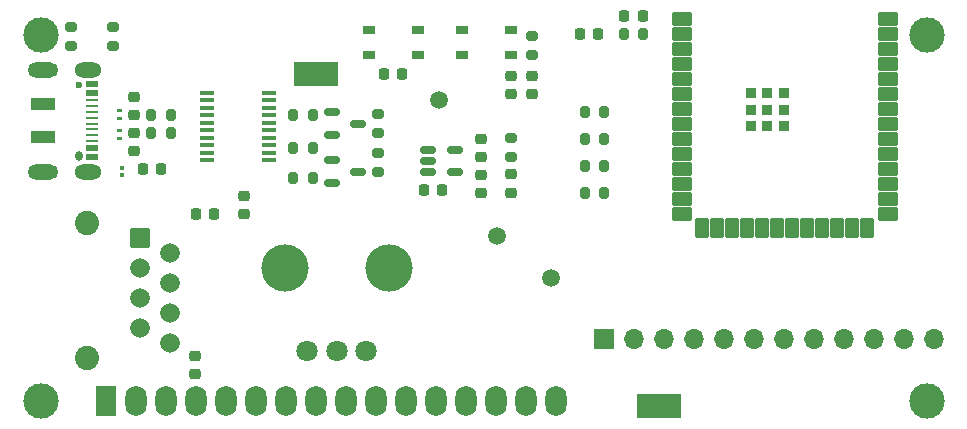
<source format=gbr>
%TF.GenerationSoftware,KiCad,Pcbnew,8.0.4*%
%TF.CreationDate,2024-11-18T06:36:06-07:00*%
%TF.ProjectId,SnakeTank,536e616b-6554-4616-9e6b-2e6b69636164,rev?*%
%TF.SameCoordinates,Original*%
%TF.FileFunction,Soldermask,Top*%
%TF.FilePolarity,Negative*%
%FSLAX46Y46*%
G04 Gerber Fmt 4.6, Leading zero omitted, Abs format (unit mm)*
G04 Created by KiCad (PCBNEW 8.0.4) date 2024-11-18 06:36:06*
%MOMM*%
%LPD*%
G01*
G04 APERTURE LIST*
G04 Aperture macros list*
%AMRoundRect*
0 Rectangle with rounded corners*
0 $1 Rounding radius*
0 $2 $3 $4 $5 $6 $7 $8 $9 X,Y pos of 4 corners*
0 Add a 4 corners polygon primitive as box body*
4,1,4,$2,$3,$4,$5,$6,$7,$8,$9,$2,$3,0*
0 Add four circle primitives for the rounded corners*
1,1,$1+$1,$2,$3*
1,1,$1+$1,$4,$5*
1,1,$1+$1,$6,$7*
1,1,$1+$1,$8,$9*
0 Add four rect primitives between the rounded corners*
20,1,$1+$1,$2,$3,$4,$5,0*
20,1,$1+$1,$4,$5,$6,$7,0*
20,1,$1+$1,$6,$7,$8,$9,0*
20,1,$1+$1,$8,$9,$2,$3,0*%
G04 Aperture macros list end*
%ADD10C,0.010000*%
%ADD11RoundRect,0.200000X-0.275000X0.200000X-0.275000X-0.200000X0.275000X-0.200000X0.275000X0.200000X0*%
%ADD12RoundRect,0.200000X-0.200000X-0.275000X0.200000X-0.275000X0.200000X0.275000X-0.200000X0.275000X0*%
%ADD13RoundRect,0.225000X0.225000X0.250000X-0.225000X0.250000X-0.225000X-0.250000X0.225000X-0.250000X0*%
%ADD14RoundRect,0.225000X-0.225000X-0.250000X0.225000X-0.250000X0.225000X0.250000X-0.225000X0.250000X0*%
%ADD15R,1.050000X0.650000*%
%ADD16RoundRect,0.218750X0.256250X-0.218750X0.256250X0.218750X-0.256250X0.218750X-0.256250X-0.218750X0*%
%ADD17RoundRect,0.225000X0.250000X-0.225000X0.250000X0.225000X-0.250000X0.225000X-0.250000X-0.225000X0*%
%ADD18RoundRect,0.225000X-0.250000X0.225000X-0.250000X-0.225000X0.250000X-0.225000X0.250000X0.225000X0*%
%ADD19R,1.200000X0.400000*%
%ADD20RoundRect,0.200000X0.275000X-0.200000X0.275000X0.200000X-0.275000X0.200000X-0.275000X-0.200000X0*%
%ADD21C,4.000000*%
%ADD22C,1.800000*%
%ADD23R,1.700000X1.700000*%
%ADD24O,1.700000X1.700000*%
%ADD25C,1.500000*%
%ADD26RoundRect,0.200000X0.200000X0.275000X-0.200000X0.275000X-0.200000X-0.275000X0.200000X-0.275000X0*%
%ADD27RoundRect,0.150000X-0.512500X-0.150000X0.512500X-0.150000X0.512500X0.150000X-0.512500X0.150000X0*%
%ADD28R,3.800000X2.000000*%
%ADD29RoundRect,0.102000X-0.750000X-0.450000X0.750000X-0.450000X0.750000X0.450000X-0.750000X0.450000X0*%
%ADD30RoundRect,0.102000X-0.450000X-0.750000X0.450000X-0.750000X0.450000X0.750000X-0.450000X0.750000X0*%
%ADD31R,0.900000X0.900000*%
%ADD32C,2.050000*%
%ADD33RoundRect,0.102000X-0.729000X0.729000X-0.729000X-0.729000X0.729000X-0.729000X0.729000X0.729000X0*%
%ADD34C,1.662000*%
%ADD35R,0.400000X0.380000*%
%ADD36C,0.600000*%
%ADD37R,2.000000X1.000000*%
%ADD38O,0.600000X0.850000*%
%ADD39R,1.000000X0.520000*%
%ADD40R,1.000000X0.270000*%
%ADD41O,2.300000X1.300000*%
%ADD42O,2.600000X1.300000*%
%ADD43C,3.000000*%
%ADD44R,1.800000X2.600000*%
%ADD45O,1.800000X2.600000*%
G04 APERTURE END LIST*
D10*
%TO.C,D2*%
X27695000Y-35000000D02*
X27697000Y-35000000D01*
X27700000Y-35001000D01*
X27702000Y-35001000D01*
X27705000Y-35002000D01*
X27707000Y-35003000D01*
X27710000Y-35004000D01*
X27712000Y-35006000D01*
X27714000Y-35007000D01*
X27716000Y-35009000D01*
X27718000Y-35010000D01*
X27720000Y-35012000D01*
X27722000Y-35014000D01*
X27724000Y-35016000D01*
X27726000Y-35018000D01*
X27727000Y-35020000D01*
X27729000Y-35022000D01*
X27730000Y-35024000D01*
X27732000Y-35026000D01*
X27733000Y-35029000D01*
X27734000Y-35031000D01*
X27735000Y-35034000D01*
X27735000Y-35036000D01*
X27736000Y-35039000D01*
X27736000Y-35041000D01*
X27737000Y-35044000D01*
X27737000Y-35046000D01*
X27737000Y-35049000D01*
X27737000Y-35109000D01*
X27737000Y-35112000D01*
X27737000Y-35114000D01*
X27736000Y-35117000D01*
X27736000Y-35119000D01*
X27735000Y-35122000D01*
X27735000Y-35124000D01*
X27734000Y-35127000D01*
X27733000Y-35129000D01*
X27732000Y-35132000D01*
X27730000Y-35134000D01*
X27729000Y-35136000D01*
X27727000Y-35138000D01*
X27726000Y-35140000D01*
X27724000Y-35142000D01*
X27722000Y-35144000D01*
X27720000Y-35146000D01*
X27718000Y-35148000D01*
X27716000Y-35149000D01*
X27714000Y-35151000D01*
X27712000Y-35152000D01*
X27710000Y-35154000D01*
X27707000Y-35155000D01*
X27705000Y-35156000D01*
X27702000Y-35157000D01*
X27700000Y-35157000D01*
X27697000Y-35158000D01*
X27695000Y-35158000D01*
X27692000Y-35159000D01*
X27690000Y-35159000D01*
X27687000Y-35159000D01*
X27427000Y-35159000D01*
X27424000Y-35159000D01*
X27422000Y-35159000D01*
X27419000Y-35158000D01*
X27417000Y-35158000D01*
X27414000Y-35157000D01*
X27412000Y-35157000D01*
X27409000Y-35156000D01*
X27407000Y-35155000D01*
X27404000Y-35154000D01*
X27402000Y-35152000D01*
X27400000Y-35151000D01*
X27398000Y-35149000D01*
X27396000Y-35148000D01*
X27394000Y-35146000D01*
X27392000Y-35144000D01*
X27390000Y-35142000D01*
X27388000Y-35140000D01*
X27387000Y-35138000D01*
X27385000Y-35136000D01*
X27384000Y-35134000D01*
X27382000Y-35132000D01*
X27381000Y-35129000D01*
X27380000Y-35127000D01*
X27379000Y-35124000D01*
X27379000Y-35122000D01*
X27378000Y-35119000D01*
X27378000Y-35117000D01*
X27377000Y-35114000D01*
X27377000Y-35112000D01*
X27377000Y-35109000D01*
X27377000Y-35049000D01*
X27377000Y-35046000D01*
X27377000Y-35044000D01*
X27378000Y-35041000D01*
X27378000Y-35039000D01*
X27379000Y-35036000D01*
X27379000Y-35034000D01*
X27380000Y-35031000D01*
X27381000Y-35029000D01*
X27382000Y-35026000D01*
X27384000Y-35024000D01*
X27385000Y-35022000D01*
X27387000Y-35020000D01*
X27388000Y-35018000D01*
X27390000Y-35016000D01*
X27392000Y-35014000D01*
X27394000Y-35012000D01*
X27396000Y-35010000D01*
X27398000Y-35009000D01*
X27400000Y-35007000D01*
X27402000Y-35006000D01*
X27404000Y-35004000D01*
X27407000Y-35003000D01*
X27409000Y-35002000D01*
X27412000Y-35001000D01*
X27414000Y-35001000D01*
X27417000Y-35000000D01*
X27419000Y-35000000D01*
X27422000Y-34999000D01*
X27424000Y-34999000D01*
X27427000Y-34999000D01*
X27687000Y-34999000D01*
X27690000Y-34999000D01*
X27692000Y-34999000D01*
X27695000Y-35000000D01*
G36*
X27695000Y-35000000D02*
G01*
X27697000Y-35000000D01*
X27700000Y-35001000D01*
X27702000Y-35001000D01*
X27705000Y-35002000D01*
X27707000Y-35003000D01*
X27710000Y-35004000D01*
X27712000Y-35006000D01*
X27714000Y-35007000D01*
X27716000Y-35009000D01*
X27718000Y-35010000D01*
X27720000Y-35012000D01*
X27722000Y-35014000D01*
X27724000Y-35016000D01*
X27726000Y-35018000D01*
X27727000Y-35020000D01*
X27729000Y-35022000D01*
X27730000Y-35024000D01*
X27732000Y-35026000D01*
X27733000Y-35029000D01*
X27734000Y-35031000D01*
X27735000Y-35034000D01*
X27735000Y-35036000D01*
X27736000Y-35039000D01*
X27736000Y-35041000D01*
X27737000Y-35044000D01*
X27737000Y-35046000D01*
X27737000Y-35049000D01*
X27737000Y-35109000D01*
X27737000Y-35112000D01*
X27737000Y-35114000D01*
X27736000Y-35117000D01*
X27736000Y-35119000D01*
X27735000Y-35122000D01*
X27735000Y-35124000D01*
X27734000Y-35127000D01*
X27733000Y-35129000D01*
X27732000Y-35132000D01*
X27730000Y-35134000D01*
X27729000Y-35136000D01*
X27727000Y-35138000D01*
X27726000Y-35140000D01*
X27724000Y-35142000D01*
X27722000Y-35144000D01*
X27720000Y-35146000D01*
X27718000Y-35148000D01*
X27716000Y-35149000D01*
X27714000Y-35151000D01*
X27712000Y-35152000D01*
X27710000Y-35154000D01*
X27707000Y-35155000D01*
X27705000Y-35156000D01*
X27702000Y-35157000D01*
X27700000Y-35157000D01*
X27697000Y-35158000D01*
X27695000Y-35158000D01*
X27692000Y-35159000D01*
X27690000Y-35159000D01*
X27687000Y-35159000D01*
X27427000Y-35159000D01*
X27424000Y-35159000D01*
X27422000Y-35159000D01*
X27419000Y-35158000D01*
X27417000Y-35158000D01*
X27414000Y-35157000D01*
X27412000Y-35157000D01*
X27409000Y-35156000D01*
X27407000Y-35155000D01*
X27404000Y-35154000D01*
X27402000Y-35152000D01*
X27400000Y-35151000D01*
X27398000Y-35149000D01*
X27396000Y-35148000D01*
X27394000Y-35146000D01*
X27392000Y-35144000D01*
X27390000Y-35142000D01*
X27388000Y-35140000D01*
X27387000Y-35138000D01*
X27385000Y-35136000D01*
X27384000Y-35134000D01*
X27382000Y-35132000D01*
X27381000Y-35129000D01*
X27380000Y-35127000D01*
X27379000Y-35124000D01*
X27379000Y-35122000D01*
X27378000Y-35119000D01*
X27378000Y-35117000D01*
X27377000Y-35114000D01*
X27377000Y-35112000D01*
X27377000Y-35109000D01*
X27377000Y-35049000D01*
X27377000Y-35046000D01*
X27377000Y-35044000D01*
X27378000Y-35041000D01*
X27378000Y-35039000D01*
X27379000Y-35036000D01*
X27379000Y-35034000D01*
X27380000Y-35031000D01*
X27381000Y-35029000D01*
X27382000Y-35026000D01*
X27384000Y-35024000D01*
X27385000Y-35022000D01*
X27387000Y-35020000D01*
X27388000Y-35018000D01*
X27390000Y-35016000D01*
X27392000Y-35014000D01*
X27394000Y-35012000D01*
X27396000Y-35010000D01*
X27398000Y-35009000D01*
X27400000Y-35007000D01*
X27402000Y-35006000D01*
X27404000Y-35004000D01*
X27407000Y-35003000D01*
X27409000Y-35002000D01*
X27412000Y-35001000D01*
X27414000Y-35001000D01*
X27417000Y-35000000D01*
X27419000Y-35000000D01*
X27422000Y-34999000D01*
X27424000Y-34999000D01*
X27427000Y-34999000D01*
X27687000Y-34999000D01*
X27690000Y-34999000D01*
X27692000Y-34999000D01*
X27695000Y-35000000D01*
G37*
X27695000Y-35700000D02*
X27697000Y-35700000D01*
X27700000Y-35701000D01*
X27702000Y-35701000D01*
X27705000Y-35702000D01*
X27707000Y-35703000D01*
X27710000Y-35704000D01*
X27712000Y-35706000D01*
X27714000Y-35707000D01*
X27716000Y-35709000D01*
X27718000Y-35710000D01*
X27720000Y-35712000D01*
X27722000Y-35714000D01*
X27724000Y-35716000D01*
X27726000Y-35718000D01*
X27727000Y-35720000D01*
X27729000Y-35722000D01*
X27730000Y-35724000D01*
X27732000Y-35726000D01*
X27733000Y-35729000D01*
X27734000Y-35731000D01*
X27735000Y-35734000D01*
X27735000Y-35736000D01*
X27736000Y-35739000D01*
X27736000Y-35741000D01*
X27737000Y-35744000D01*
X27737000Y-35746000D01*
X27737000Y-35749000D01*
X27737000Y-35809000D01*
X27737000Y-35812000D01*
X27737000Y-35814000D01*
X27736000Y-35817000D01*
X27736000Y-35819000D01*
X27735000Y-35822000D01*
X27735000Y-35824000D01*
X27734000Y-35827000D01*
X27733000Y-35829000D01*
X27732000Y-35832000D01*
X27730000Y-35834000D01*
X27729000Y-35836000D01*
X27727000Y-35838000D01*
X27726000Y-35840000D01*
X27724000Y-35842000D01*
X27722000Y-35844000D01*
X27720000Y-35846000D01*
X27718000Y-35848000D01*
X27716000Y-35849000D01*
X27714000Y-35851000D01*
X27712000Y-35852000D01*
X27710000Y-35854000D01*
X27707000Y-35855000D01*
X27705000Y-35856000D01*
X27702000Y-35857000D01*
X27700000Y-35857000D01*
X27697000Y-35858000D01*
X27695000Y-35858000D01*
X27692000Y-35859000D01*
X27690000Y-35859000D01*
X27687000Y-35859000D01*
X27427000Y-35859000D01*
X27424000Y-35859000D01*
X27422000Y-35859000D01*
X27419000Y-35858000D01*
X27417000Y-35858000D01*
X27414000Y-35857000D01*
X27412000Y-35857000D01*
X27409000Y-35856000D01*
X27407000Y-35855000D01*
X27404000Y-35854000D01*
X27402000Y-35852000D01*
X27400000Y-35851000D01*
X27398000Y-35849000D01*
X27396000Y-35848000D01*
X27394000Y-35846000D01*
X27392000Y-35844000D01*
X27390000Y-35842000D01*
X27388000Y-35840000D01*
X27387000Y-35838000D01*
X27385000Y-35836000D01*
X27384000Y-35834000D01*
X27382000Y-35832000D01*
X27381000Y-35829000D01*
X27380000Y-35827000D01*
X27379000Y-35824000D01*
X27379000Y-35822000D01*
X27378000Y-35819000D01*
X27378000Y-35817000D01*
X27377000Y-35814000D01*
X27377000Y-35812000D01*
X27377000Y-35809000D01*
X27377000Y-35749000D01*
X27377000Y-35746000D01*
X27377000Y-35744000D01*
X27378000Y-35741000D01*
X27378000Y-35739000D01*
X27379000Y-35736000D01*
X27379000Y-35734000D01*
X27380000Y-35731000D01*
X27381000Y-35729000D01*
X27382000Y-35726000D01*
X27384000Y-35724000D01*
X27385000Y-35722000D01*
X27387000Y-35720000D01*
X27388000Y-35718000D01*
X27390000Y-35716000D01*
X27392000Y-35714000D01*
X27394000Y-35712000D01*
X27396000Y-35710000D01*
X27398000Y-35709000D01*
X27400000Y-35707000D01*
X27402000Y-35706000D01*
X27404000Y-35704000D01*
X27407000Y-35703000D01*
X27409000Y-35702000D01*
X27412000Y-35701000D01*
X27414000Y-35701000D01*
X27417000Y-35700000D01*
X27419000Y-35700000D01*
X27422000Y-35699000D01*
X27424000Y-35699000D01*
X27427000Y-35699000D01*
X27687000Y-35699000D01*
X27690000Y-35699000D01*
X27692000Y-35699000D01*
X27695000Y-35700000D01*
G36*
X27695000Y-35700000D02*
G01*
X27697000Y-35700000D01*
X27700000Y-35701000D01*
X27702000Y-35701000D01*
X27705000Y-35702000D01*
X27707000Y-35703000D01*
X27710000Y-35704000D01*
X27712000Y-35706000D01*
X27714000Y-35707000D01*
X27716000Y-35709000D01*
X27718000Y-35710000D01*
X27720000Y-35712000D01*
X27722000Y-35714000D01*
X27724000Y-35716000D01*
X27726000Y-35718000D01*
X27727000Y-35720000D01*
X27729000Y-35722000D01*
X27730000Y-35724000D01*
X27732000Y-35726000D01*
X27733000Y-35729000D01*
X27734000Y-35731000D01*
X27735000Y-35734000D01*
X27735000Y-35736000D01*
X27736000Y-35739000D01*
X27736000Y-35741000D01*
X27737000Y-35744000D01*
X27737000Y-35746000D01*
X27737000Y-35749000D01*
X27737000Y-35809000D01*
X27737000Y-35812000D01*
X27737000Y-35814000D01*
X27736000Y-35817000D01*
X27736000Y-35819000D01*
X27735000Y-35822000D01*
X27735000Y-35824000D01*
X27734000Y-35827000D01*
X27733000Y-35829000D01*
X27732000Y-35832000D01*
X27730000Y-35834000D01*
X27729000Y-35836000D01*
X27727000Y-35838000D01*
X27726000Y-35840000D01*
X27724000Y-35842000D01*
X27722000Y-35844000D01*
X27720000Y-35846000D01*
X27718000Y-35848000D01*
X27716000Y-35849000D01*
X27714000Y-35851000D01*
X27712000Y-35852000D01*
X27710000Y-35854000D01*
X27707000Y-35855000D01*
X27705000Y-35856000D01*
X27702000Y-35857000D01*
X27700000Y-35857000D01*
X27697000Y-35858000D01*
X27695000Y-35858000D01*
X27692000Y-35859000D01*
X27690000Y-35859000D01*
X27687000Y-35859000D01*
X27427000Y-35859000D01*
X27424000Y-35859000D01*
X27422000Y-35859000D01*
X27419000Y-35858000D01*
X27417000Y-35858000D01*
X27414000Y-35857000D01*
X27412000Y-35857000D01*
X27409000Y-35856000D01*
X27407000Y-35855000D01*
X27404000Y-35854000D01*
X27402000Y-35852000D01*
X27400000Y-35851000D01*
X27398000Y-35849000D01*
X27396000Y-35848000D01*
X27394000Y-35846000D01*
X27392000Y-35844000D01*
X27390000Y-35842000D01*
X27388000Y-35840000D01*
X27387000Y-35838000D01*
X27385000Y-35836000D01*
X27384000Y-35834000D01*
X27382000Y-35832000D01*
X27381000Y-35829000D01*
X27380000Y-35827000D01*
X27379000Y-35824000D01*
X27379000Y-35822000D01*
X27378000Y-35819000D01*
X27378000Y-35817000D01*
X27377000Y-35814000D01*
X27377000Y-35812000D01*
X27377000Y-35809000D01*
X27377000Y-35749000D01*
X27377000Y-35746000D01*
X27377000Y-35744000D01*
X27378000Y-35741000D01*
X27378000Y-35739000D01*
X27379000Y-35736000D01*
X27379000Y-35734000D01*
X27380000Y-35731000D01*
X27381000Y-35729000D01*
X27382000Y-35726000D01*
X27384000Y-35724000D01*
X27385000Y-35722000D01*
X27387000Y-35720000D01*
X27388000Y-35718000D01*
X27390000Y-35716000D01*
X27392000Y-35714000D01*
X27394000Y-35712000D01*
X27396000Y-35710000D01*
X27398000Y-35709000D01*
X27400000Y-35707000D01*
X27402000Y-35706000D01*
X27404000Y-35704000D01*
X27407000Y-35703000D01*
X27409000Y-35702000D01*
X27412000Y-35701000D01*
X27414000Y-35701000D01*
X27417000Y-35700000D01*
X27419000Y-35700000D01*
X27422000Y-35699000D01*
X27424000Y-35699000D01*
X27427000Y-35699000D01*
X27687000Y-35699000D01*
X27690000Y-35699000D01*
X27692000Y-35699000D01*
X27695000Y-35700000D01*
G37*
%TO.C,D1*%
X27695000Y-33272800D02*
X27697000Y-33272800D01*
X27700000Y-33273800D01*
X27702000Y-33273800D01*
X27705000Y-33274800D01*
X27707000Y-33275800D01*
X27710000Y-33276800D01*
X27712000Y-33278800D01*
X27714000Y-33279800D01*
X27716000Y-33281800D01*
X27718000Y-33282800D01*
X27720000Y-33284800D01*
X27722000Y-33286800D01*
X27724000Y-33288800D01*
X27726000Y-33290800D01*
X27727000Y-33292800D01*
X27729000Y-33294800D01*
X27730000Y-33296800D01*
X27732000Y-33298800D01*
X27733000Y-33301800D01*
X27734000Y-33303800D01*
X27735000Y-33306800D01*
X27735000Y-33308800D01*
X27736000Y-33311800D01*
X27736000Y-33313800D01*
X27737000Y-33316800D01*
X27737000Y-33318800D01*
X27737000Y-33321800D01*
X27737000Y-33381800D01*
X27737000Y-33384800D01*
X27737000Y-33386800D01*
X27736000Y-33389800D01*
X27736000Y-33391800D01*
X27735000Y-33394800D01*
X27735000Y-33396800D01*
X27734000Y-33399800D01*
X27733000Y-33401800D01*
X27732000Y-33404800D01*
X27730000Y-33406800D01*
X27729000Y-33408800D01*
X27727000Y-33410800D01*
X27726000Y-33412800D01*
X27724000Y-33414800D01*
X27722000Y-33416800D01*
X27720000Y-33418800D01*
X27718000Y-33420800D01*
X27716000Y-33421800D01*
X27714000Y-33423800D01*
X27712000Y-33424800D01*
X27710000Y-33426800D01*
X27707000Y-33427800D01*
X27705000Y-33428800D01*
X27702000Y-33429800D01*
X27700000Y-33429800D01*
X27697000Y-33430800D01*
X27695000Y-33430800D01*
X27692000Y-33431800D01*
X27690000Y-33431800D01*
X27687000Y-33431800D01*
X27427000Y-33431800D01*
X27424000Y-33431800D01*
X27422000Y-33431800D01*
X27419000Y-33430800D01*
X27417000Y-33430800D01*
X27414000Y-33429800D01*
X27412000Y-33429800D01*
X27409000Y-33428800D01*
X27407000Y-33427800D01*
X27404000Y-33426800D01*
X27402000Y-33424800D01*
X27400000Y-33423800D01*
X27398000Y-33421800D01*
X27396000Y-33420800D01*
X27394000Y-33418800D01*
X27392000Y-33416800D01*
X27390000Y-33414800D01*
X27388000Y-33412800D01*
X27387000Y-33410800D01*
X27385000Y-33408800D01*
X27384000Y-33406800D01*
X27382000Y-33404800D01*
X27381000Y-33401800D01*
X27380000Y-33399800D01*
X27379000Y-33396800D01*
X27379000Y-33394800D01*
X27378000Y-33391800D01*
X27378000Y-33389800D01*
X27377000Y-33386800D01*
X27377000Y-33384800D01*
X27377000Y-33381800D01*
X27377000Y-33321800D01*
X27377000Y-33318800D01*
X27377000Y-33316800D01*
X27378000Y-33313800D01*
X27378000Y-33311800D01*
X27379000Y-33308800D01*
X27379000Y-33306800D01*
X27380000Y-33303800D01*
X27381000Y-33301800D01*
X27382000Y-33298800D01*
X27384000Y-33296800D01*
X27385000Y-33294800D01*
X27387000Y-33292800D01*
X27388000Y-33290800D01*
X27390000Y-33288800D01*
X27392000Y-33286800D01*
X27394000Y-33284800D01*
X27396000Y-33282800D01*
X27398000Y-33281800D01*
X27400000Y-33279800D01*
X27402000Y-33278800D01*
X27404000Y-33276800D01*
X27407000Y-33275800D01*
X27409000Y-33274800D01*
X27412000Y-33273800D01*
X27414000Y-33273800D01*
X27417000Y-33272800D01*
X27419000Y-33272800D01*
X27422000Y-33271800D01*
X27424000Y-33271800D01*
X27427000Y-33271800D01*
X27687000Y-33271800D01*
X27690000Y-33271800D01*
X27692000Y-33271800D01*
X27695000Y-33272800D01*
G36*
X27695000Y-33272800D02*
G01*
X27697000Y-33272800D01*
X27700000Y-33273800D01*
X27702000Y-33273800D01*
X27705000Y-33274800D01*
X27707000Y-33275800D01*
X27710000Y-33276800D01*
X27712000Y-33278800D01*
X27714000Y-33279800D01*
X27716000Y-33281800D01*
X27718000Y-33282800D01*
X27720000Y-33284800D01*
X27722000Y-33286800D01*
X27724000Y-33288800D01*
X27726000Y-33290800D01*
X27727000Y-33292800D01*
X27729000Y-33294800D01*
X27730000Y-33296800D01*
X27732000Y-33298800D01*
X27733000Y-33301800D01*
X27734000Y-33303800D01*
X27735000Y-33306800D01*
X27735000Y-33308800D01*
X27736000Y-33311800D01*
X27736000Y-33313800D01*
X27737000Y-33316800D01*
X27737000Y-33318800D01*
X27737000Y-33321800D01*
X27737000Y-33381800D01*
X27737000Y-33384800D01*
X27737000Y-33386800D01*
X27736000Y-33389800D01*
X27736000Y-33391800D01*
X27735000Y-33394800D01*
X27735000Y-33396800D01*
X27734000Y-33399800D01*
X27733000Y-33401800D01*
X27732000Y-33404800D01*
X27730000Y-33406800D01*
X27729000Y-33408800D01*
X27727000Y-33410800D01*
X27726000Y-33412800D01*
X27724000Y-33414800D01*
X27722000Y-33416800D01*
X27720000Y-33418800D01*
X27718000Y-33420800D01*
X27716000Y-33421800D01*
X27714000Y-33423800D01*
X27712000Y-33424800D01*
X27710000Y-33426800D01*
X27707000Y-33427800D01*
X27705000Y-33428800D01*
X27702000Y-33429800D01*
X27700000Y-33429800D01*
X27697000Y-33430800D01*
X27695000Y-33430800D01*
X27692000Y-33431800D01*
X27690000Y-33431800D01*
X27687000Y-33431800D01*
X27427000Y-33431800D01*
X27424000Y-33431800D01*
X27422000Y-33431800D01*
X27419000Y-33430800D01*
X27417000Y-33430800D01*
X27414000Y-33429800D01*
X27412000Y-33429800D01*
X27409000Y-33428800D01*
X27407000Y-33427800D01*
X27404000Y-33426800D01*
X27402000Y-33424800D01*
X27400000Y-33423800D01*
X27398000Y-33421800D01*
X27396000Y-33420800D01*
X27394000Y-33418800D01*
X27392000Y-33416800D01*
X27390000Y-33414800D01*
X27388000Y-33412800D01*
X27387000Y-33410800D01*
X27385000Y-33408800D01*
X27384000Y-33406800D01*
X27382000Y-33404800D01*
X27381000Y-33401800D01*
X27380000Y-33399800D01*
X27379000Y-33396800D01*
X27379000Y-33394800D01*
X27378000Y-33391800D01*
X27378000Y-33389800D01*
X27377000Y-33386800D01*
X27377000Y-33384800D01*
X27377000Y-33381800D01*
X27377000Y-33321800D01*
X27377000Y-33318800D01*
X27377000Y-33316800D01*
X27378000Y-33313800D01*
X27378000Y-33311800D01*
X27379000Y-33308800D01*
X27379000Y-33306800D01*
X27380000Y-33303800D01*
X27381000Y-33301800D01*
X27382000Y-33298800D01*
X27384000Y-33296800D01*
X27385000Y-33294800D01*
X27387000Y-33292800D01*
X27388000Y-33290800D01*
X27390000Y-33288800D01*
X27392000Y-33286800D01*
X27394000Y-33284800D01*
X27396000Y-33282800D01*
X27398000Y-33281800D01*
X27400000Y-33279800D01*
X27402000Y-33278800D01*
X27404000Y-33276800D01*
X27407000Y-33275800D01*
X27409000Y-33274800D01*
X27412000Y-33273800D01*
X27414000Y-33273800D01*
X27417000Y-33272800D01*
X27419000Y-33272800D01*
X27422000Y-33271800D01*
X27424000Y-33271800D01*
X27427000Y-33271800D01*
X27687000Y-33271800D01*
X27690000Y-33271800D01*
X27692000Y-33271800D01*
X27695000Y-33272800D01*
G37*
X27695000Y-33972800D02*
X27697000Y-33972800D01*
X27700000Y-33973800D01*
X27702000Y-33973800D01*
X27705000Y-33974800D01*
X27707000Y-33975800D01*
X27710000Y-33976800D01*
X27712000Y-33978800D01*
X27714000Y-33979800D01*
X27716000Y-33981800D01*
X27718000Y-33982800D01*
X27720000Y-33984800D01*
X27722000Y-33986800D01*
X27724000Y-33988800D01*
X27726000Y-33990800D01*
X27727000Y-33992800D01*
X27729000Y-33994800D01*
X27730000Y-33996800D01*
X27732000Y-33998800D01*
X27733000Y-34001800D01*
X27734000Y-34003800D01*
X27735000Y-34006800D01*
X27735000Y-34008800D01*
X27736000Y-34011800D01*
X27736000Y-34013800D01*
X27737000Y-34016800D01*
X27737000Y-34018800D01*
X27737000Y-34021800D01*
X27737000Y-34081800D01*
X27737000Y-34084800D01*
X27737000Y-34086800D01*
X27736000Y-34089800D01*
X27736000Y-34091800D01*
X27735000Y-34094800D01*
X27735000Y-34096800D01*
X27734000Y-34099800D01*
X27733000Y-34101800D01*
X27732000Y-34104800D01*
X27730000Y-34106800D01*
X27729000Y-34108800D01*
X27727000Y-34110800D01*
X27726000Y-34112800D01*
X27724000Y-34114800D01*
X27722000Y-34116800D01*
X27720000Y-34118800D01*
X27718000Y-34120800D01*
X27716000Y-34121800D01*
X27714000Y-34123800D01*
X27712000Y-34124800D01*
X27710000Y-34126800D01*
X27707000Y-34127800D01*
X27705000Y-34128800D01*
X27702000Y-34129800D01*
X27700000Y-34129800D01*
X27697000Y-34130800D01*
X27695000Y-34130800D01*
X27692000Y-34131800D01*
X27690000Y-34131800D01*
X27687000Y-34131800D01*
X27427000Y-34131800D01*
X27424000Y-34131800D01*
X27422000Y-34131800D01*
X27419000Y-34130800D01*
X27417000Y-34130800D01*
X27414000Y-34129800D01*
X27412000Y-34129800D01*
X27409000Y-34128800D01*
X27407000Y-34127800D01*
X27404000Y-34126800D01*
X27402000Y-34124800D01*
X27400000Y-34123800D01*
X27398000Y-34121800D01*
X27396000Y-34120800D01*
X27394000Y-34118800D01*
X27392000Y-34116800D01*
X27390000Y-34114800D01*
X27388000Y-34112800D01*
X27387000Y-34110800D01*
X27385000Y-34108800D01*
X27384000Y-34106800D01*
X27382000Y-34104800D01*
X27381000Y-34101800D01*
X27380000Y-34099800D01*
X27379000Y-34096800D01*
X27379000Y-34094800D01*
X27378000Y-34091800D01*
X27378000Y-34089800D01*
X27377000Y-34086800D01*
X27377000Y-34084800D01*
X27377000Y-34081800D01*
X27377000Y-34021800D01*
X27377000Y-34018800D01*
X27377000Y-34016800D01*
X27378000Y-34013800D01*
X27378000Y-34011800D01*
X27379000Y-34008800D01*
X27379000Y-34006800D01*
X27380000Y-34003800D01*
X27381000Y-34001800D01*
X27382000Y-33998800D01*
X27384000Y-33996800D01*
X27385000Y-33994800D01*
X27387000Y-33992800D01*
X27388000Y-33990800D01*
X27390000Y-33988800D01*
X27392000Y-33986800D01*
X27394000Y-33984800D01*
X27396000Y-33982800D01*
X27398000Y-33981800D01*
X27400000Y-33979800D01*
X27402000Y-33978800D01*
X27404000Y-33976800D01*
X27407000Y-33975800D01*
X27409000Y-33974800D01*
X27412000Y-33973800D01*
X27414000Y-33973800D01*
X27417000Y-33972800D01*
X27419000Y-33972800D01*
X27422000Y-33971800D01*
X27424000Y-33971800D01*
X27427000Y-33971800D01*
X27687000Y-33971800D01*
X27690000Y-33971800D01*
X27692000Y-33971800D01*
X27695000Y-33972800D01*
G36*
X27695000Y-33972800D02*
G01*
X27697000Y-33972800D01*
X27700000Y-33973800D01*
X27702000Y-33973800D01*
X27705000Y-33974800D01*
X27707000Y-33975800D01*
X27710000Y-33976800D01*
X27712000Y-33978800D01*
X27714000Y-33979800D01*
X27716000Y-33981800D01*
X27718000Y-33982800D01*
X27720000Y-33984800D01*
X27722000Y-33986800D01*
X27724000Y-33988800D01*
X27726000Y-33990800D01*
X27727000Y-33992800D01*
X27729000Y-33994800D01*
X27730000Y-33996800D01*
X27732000Y-33998800D01*
X27733000Y-34001800D01*
X27734000Y-34003800D01*
X27735000Y-34006800D01*
X27735000Y-34008800D01*
X27736000Y-34011800D01*
X27736000Y-34013800D01*
X27737000Y-34016800D01*
X27737000Y-34018800D01*
X27737000Y-34021800D01*
X27737000Y-34081800D01*
X27737000Y-34084800D01*
X27737000Y-34086800D01*
X27736000Y-34089800D01*
X27736000Y-34091800D01*
X27735000Y-34094800D01*
X27735000Y-34096800D01*
X27734000Y-34099800D01*
X27733000Y-34101800D01*
X27732000Y-34104800D01*
X27730000Y-34106800D01*
X27729000Y-34108800D01*
X27727000Y-34110800D01*
X27726000Y-34112800D01*
X27724000Y-34114800D01*
X27722000Y-34116800D01*
X27720000Y-34118800D01*
X27718000Y-34120800D01*
X27716000Y-34121800D01*
X27714000Y-34123800D01*
X27712000Y-34124800D01*
X27710000Y-34126800D01*
X27707000Y-34127800D01*
X27705000Y-34128800D01*
X27702000Y-34129800D01*
X27700000Y-34129800D01*
X27697000Y-34130800D01*
X27695000Y-34130800D01*
X27692000Y-34131800D01*
X27690000Y-34131800D01*
X27687000Y-34131800D01*
X27427000Y-34131800D01*
X27424000Y-34131800D01*
X27422000Y-34131800D01*
X27419000Y-34130800D01*
X27417000Y-34130800D01*
X27414000Y-34129800D01*
X27412000Y-34129800D01*
X27409000Y-34128800D01*
X27407000Y-34127800D01*
X27404000Y-34126800D01*
X27402000Y-34124800D01*
X27400000Y-34123800D01*
X27398000Y-34121800D01*
X27396000Y-34120800D01*
X27394000Y-34118800D01*
X27392000Y-34116800D01*
X27390000Y-34114800D01*
X27388000Y-34112800D01*
X27387000Y-34110800D01*
X27385000Y-34108800D01*
X27384000Y-34106800D01*
X27382000Y-34104800D01*
X27381000Y-34101800D01*
X27380000Y-34099800D01*
X27379000Y-34096800D01*
X27379000Y-34094800D01*
X27378000Y-34091800D01*
X27378000Y-34089800D01*
X27377000Y-34086800D01*
X27377000Y-34084800D01*
X27377000Y-34081800D01*
X27377000Y-34021800D01*
X27377000Y-34018800D01*
X27377000Y-34016800D01*
X27378000Y-34013800D01*
X27378000Y-34011800D01*
X27379000Y-34008800D01*
X27379000Y-34006800D01*
X27380000Y-34003800D01*
X27381000Y-34001800D01*
X27382000Y-33998800D01*
X27384000Y-33996800D01*
X27385000Y-33994800D01*
X27387000Y-33992800D01*
X27388000Y-33990800D01*
X27390000Y-33988800D01*
X27392000Y-33986800D01*
X27394000Y-33984800D01*
X27396000Y-33982800D01*
X27398000Y-33981800D01*
X27400000Y-33979800D01*
X27402000Y-33978800D01*
X27404000Y-33976800D01*
X27407000Y-33975800D01*
X27409000Y-33974800D01*
X27412000Y-33973800D01*
X27414000Y-33973800D01*
X27417000Y-33972800D01*
X27419000Y-33972800D01*
X27422000Y-33971800D01*
X27424000Y-33971800D01*
X27427000Y-33971800D01*
X27687000Y-33971800D01*
X27690000Y-33971800D01*
X27692000Y-33971800D01*
X27695000Y-33972800D01*
G37*
%TD*%
D11*
%TO.C,R5*%
X60706000Y-35751000D03*
X60706000Y-37401000D03*
%TD*%
D12*
%TO.C,R16*%
X42293700Y-36576000D03*
X43943700Y-36576000D03*
%TD*%
D13*
%TO.C,C5*%
X51497000Y-30304000D03*
X49947000Y-30304000D03*
%TD*%
D14*
%TO.C,C14*%
X34023000Y-42164000D03*
X35573000Y-42164000D03*
%TD*%
D15*
%TO.C,RESET1*%
X56599000Y-26611000D03*
X56599000Y-28761000D03*
X60749000Y-26611000D03*
X60749000Y-28761000D03*
%TD*%
D16*
%TO.C,D3*%
X60706000Y-40411500D03*
X60706000Y-38836500D03*
%TD*%
D17*
%TO.C,C8*%
X28827000Y-33822000D03*
X28827000Y-32272000D03*
%TD*%
D18*
%TO.C,C3*%
X58166000Y-38874500D03*
X58166000Y-40424500D03*
%TD*%
D12*
%TO.C,R13*%
X66993000Y-38100000D03*
X68643000Y-38100000D03*
%TD*%
D19*
%TO.C,U4*%
X40221700Y-37655500D03*
X40221700Y-37020500D03*
X40221700Y-36385500D03*
X40221700Y-35750500D03*
X40221700Y-35115500D03*
X40221700Y-34480500D03*
X40221700Y-33845500D03*
X40221700Y-33210500D03*
X40221700Y-32575500D03*
X40221700Y-31940500D03*
X35021700Y-31940500D03*
X35021700Y-32575500D03*
X35021700Y-33210500D03*
X35021700Y-33845500D03*
X35021700Y-34480500D03*
X35021700Y-35115500D03*
X35021700Y-35750500D03*
X35021700Y-36385500D03*
X35021700Y-37020500D03*
X35021700Y-37655500D03*
%TD*%
D20*
%TO.C,R1*%
X23493000Y-27999000D03*
X23493000Y-26349000D03*
%TD*%
D14*
%TO.C,C10*%
X70332000Y-25400000D03*
X71882000Y-25400000D03*
%TD*%
D21*
%TO.C,RV1*%
X41574000Y-46802000D03*
X50374000Y-46802000D03*
D22*
X48474000Y-53802000D03*
X45974000Y-53802000D03*
X43474000Y-53802000D03*
%TD*%
D23*
%TO.C,J1*%
X68580000Y-52807000D03*
D24*
X71120000Y-52807000D03*
X73660000Y-52807000D03*
X76200000Y-52807000D03*
X78740000Y-52807000D03*
X81280000Y-52807000D03*
X83820000Y-52807000D03*
X86360000Y-52807000D03*
X88900000Y-52807000D03*
X91440000Y-52807000D03*
X93980000Y-52807000D03*
X96520000Y-52807000D03*
%TD*%
D25*
%TO.C,TP2*%
X59563000Y-44069000D03*
%TD*%
D18*
%TO.C,C12*%
X62484000Y-30467000D03*
X62484000Y-32017000D03*
%TD*%
D12*
%TO.C,R9*%
X42293700Y-39116000D03*
X43943700Y-39116000D03*
%TD*%
D26*
%TO.C,R7*%
X71932000Y-26924000D03*
X70282000Y-26924000D03*
%TD*%
D20*
%TO.C,R11*%
X49468700Y-38671000D03*
X49468700Y-37021000D03*
%TD*%
D25*
%TO.C,TP1*%
X54610000Y-32512000D03*
%TD*%
D27*
%TO.C,U1*%
X53726500Y-36733500D03*
X53726500Y-37683500D03*
X53726500Y-38633500D03*
X56001500Y-38633500D03*
X56001500Y-36733500D03*
%TD*%
D12*
%TO.C,R8*%
X42293700Y-33782000D03*
X43943700Y-33782000D03*
%TD*%
%TO.C,R15*%
X66993000Y-33528000D03*
X68643000Y-33528000D03*
%TD*%
D28*
%TO.C,TP4*%
X44196000Y-30353000D03*
%TD*%
D27*
%TO.C,Q2*%
X45537200Y-37658000D03*
X45537200Y-39558000D03*
X47812200Y-38608000D03*
%TD*%
D18*
%TO.C,C2*%
X58166000Y-35826500D03*
X58166000Y-37376500D03*
%TD*%
D25*
%TO.C,TP3*%
X64135000Y-47625000D03*
%TD*%
D18*
%TO.C,C4*%
X60706000Y-30467000D03*
X60706000Y-32017000D03*
%TD*%
D26*
%TO.C,R6*%
X31938000Y-33809000D03*
X30288000Y-33809000D03*
%TD*%
D29*
%TO.C,U2*%
X75170000Y-25654000D03*
X75170000Y-26924000D03*
X75170000Y-28194000D03*
X75170000Y-29464000D03*
X75170000Y-30734000D03*
X75170000Y-32004000D03*
X75170000Y-33274000D03*
X75170000Y-34544000D03*
X75170000Y-35814000D03*
X75170000Y-37084000D03*
X75170000Y-38354000D03*
X75170000Y-39624000D03*
X75170000Y-40894000D03*
X75170000Y-42164000D03*
D30*
X76935000Y-43414000D03*
X78205000Y-43414000D03*
X79475000Y-43414000D03*
X80745000Y-43414000D03*
X82015000Y-43414000D03*
X83285000Y-43414000D03*
X84555000Y-43414000D03*
X85825000Y-43414000D03*
X87095000Y-43414000D03*
X88365000Y-43414000D03*
X89635000Y-43414000D03*
X90905000Y-43414000D03*
D29*
X92670000Y-42164000D03*
X92670000Y-40894000D03*
X92670000Y-39624000D03*
X92670000Y-38354000D03*
X92670000Y-37084000D03*
X92670000Y-35814000D03*
X92670000Y-34544000D03*
X92670000Y-33274000D03*
X92670000Y-32004000D03*
X92670000Y-30734000D03*
X92670000Y-29464000D03*
X92670000Y-28194000D03*
X92670000Y-26924000D03*
X92670000Y-25654000D03*
D31*
X82420000Y-33374000D03*
X81020000Y-33374000D03*
X83820000Y-33374000D03*
X81020000Y-34774000D03*
X82420000Y-34774000D03*
X83820000Y-34774000D03*
X81020000Y-31974000D03*
X82420000Y-31974000D03*
X83820000Y-31974000D03*
%TD*%
D14*
%TO.C,C1*%
X53340000Y-40132000D03*
X54890000Y-40132000D03*
%TD*%
D12*
%TO.C,R12*%
X66993000Y-40386000D03*
X68643000Y-40386000D03*
%TD*%
D13*
%TO.C,C11*%
X68085000Y-26924000D03*
X66535000Y-26924000D03*
%TD*%
D18*
%TO.C,C7*%
X38100000Y-40627000D03*
X38100000Y-42177000D03*
%TD*%
D17*
%TO.C,C13*%
X34004000Y-55766000D03*
X34004000Y-54216000D03*
%TD*%
D32*
%TO.C,J3*%
X24860000Y-42926000D03*
X24860000Y-54356000D03*
D33*
X29340000Y-44196000D03*
D34*
X31880000Y-45466000D03*
X29340000Y-46736000D03*
X31880000Y-48006000D03*
X29340000Y-49276000D03*
X31880000Y-50546000D03*
X29340000Y-51816000D03*
X31880000Y-53086000D03*
%TD*%
D11*
%TO.C,R3*%
X62484000Y-27115000D03*
X62484000Y-28765000D03*
%TD*%
D35*
%TO.C,FB1*%
X27811000Y-38885000D03*
X27811000Y-38323000D03*
%TD*%
D12*
%TO.C,R4*%
X30288000Y-35333000D03*
X31938000Y-35333000D03*
%TD*%
D15*
%TO.C,BOOT1*%
X48725000Y-26611000D03*
X48725000Y-28761000D03*
X52875000Y-26611000D03*
X52875000Y-28761000D03*
%TD*%
D27*
%TO.C,Q1*%
X45537200Y-33594000D03*
X45537200Y-35494000D03*
X47812200Y-34544000D03*
%TD*%
D18*
%TO.C,C9*%
X28827000Y-35320000D03*
X28827000Y-36870000D03*
%TD*%
D28*
%TO.C,TP5*%
X73279000Y-58420000D03*
%TD*%
D12*
%TO.C,R14*%
X66993000Y-35814000D03*
X68643000Y-35814000D03*
%TD*%
D14*
%TO.C,C6*%
X29576000Y-38350000D03*
X31126000Y-38350000D03*
%TD*%
D20*
%TO.C,R10*%
X49468700Y-35369000D03*
X49468700Y-33719000D03*
%TD*%
D36*
%TO.C,J2*%
X24173000Y-31286000D03*
D37*
X21073000Y-32886000D03*
X21073000Y-35686000D03*
D38*
X24173000Y-37286000D03*
D39*
X25273000Y-31186000D03*
X25273000Y-31936000D03*
D40*
X25273000Y-32536000D03*
X25273000Y-34036000D03*
X25273000Y-35036000D03*
X25273000Y-36036000D03*
D39*
X25273000Y-36636000D03*
X25273000Y-37386000D03*
X25273000Y-37386000D03*
X25273000Y-36636000D03*
D40*
X25273000Y-35536000D03*
X25273000Y-34536000D03*
X25273000Y-33536000D03*
X25273000Y-33036000D03*
D39*
X25273000Y-31936000D03*
X25273000Y-31186000D03*
D41*
X24898000Y-29966000D03*
D42*
X21073000Y-29966000D03*
D41*
X24898000Y-38606000D03*
D42*
X21073000Y-38606000D03*
%TD*%
D20*
%TO.C,R2*%
X27049000Y-27999000D03*
X27049000Y-26349000D03*
%TD*%
D43*
%TO.C,DS1*%
X20916900Y-27028800D03*
X20916900Y-58029500D03*
X95915480Y-27028800D03*
X95916000Y-58029500D03*
D44*
X26416000Y-58029500D03*
D45*
X28956000Y-58029500D03*
X31496000Y-58029500D03*
X34036000Y-58029500D03*
X36576000Y-58029500D03*
X39116000Y-58029500D03*
X41656000Y-58029500D03*
X44196000Y-58029500D03*
X46736000Y-58029500D03*
X49276000Y-58029500D03*
X51816000Y-58029500D03*
X54356000Y-58029500D03*
X56896000Y-58029500D03*
X59436000Y-58029500D03*
X61976000Y-58029500D03*
X64516000Y-58029500D03*
%TD*%
M02*

</source>
